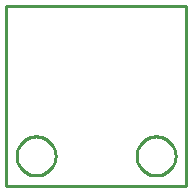
<source format=gbr>
G04 EAGLE Gerber RS-274X export*
G75*
%MOMM*%
%FSLAX34Y34*%
%LPD*%
%IN*%
%IPPOS*%
%AMOC8*
5,1,8,0,0,1.08239X$1,22.5*%
G01*
%ADD10C,0.254000*%


D10*
X0Y0D02*
X152400Y0D01*
X152400Y152400D01*
X0Y152400D01*
X0Y0D01*
X41910Y24860D02*
X41839Y23781D01*
X41698Y22709D01*
X41487Y21649D01*
X41208Y20605D01*
X40860Y19581D01*
X40446Y18583D01*
X39968Y17613D01*
X39428Y16677D01*
X38827Y15778D01*
X38169Y14921D01*
X37457Y14108D01*
X36692Y13344D01*
X35879Y12631D01*
X35022Y11973D01*
X34123Y11372D01*
X33187Y10832D01*
X32217Y10354D01*
X31219Y9940D01*
X30195Y9592D01*
X29151Y9313D01*
X28091Y9102D01*
X27019Y8961D01*
X25940Y8890D01*
X24860Y8890D01*
X23781Y8961D01*
X22709Y9102D01*
X21649Y9313D01*
X20605Y9592D01*
X19581Y9940D01*
X18583Y10354D01*
X17613Y10832D01*
X16677Y11372D01*
X15778Y11973D01*
X14921Y12631D01*
X14108Y13344D01*
X13344Y14108D01*
X12631Y14921D01*
X11973Y15778D01*
X11372Y16677D01*
X10832Y17613D01*
X10354Y18583D01*
X9940Y19581D01*
X9592Y20605D01*
X9313Y21649D01*
X9102Y22709D01*
X8961Y23781D01*
X8890Y24860D01*
X8890Y25940D01*
X8961Y27019D01*
X9102Y28091D01*
X9313Y29151D01*
X9592Y30195D01*
X9940Y31219D01*
X10354Y32217D01*
X10832Y33187D01*
X11372Y34123D01*
X11973Y35022D01*
X12631Y35879D01*
X13344Y36692D01*
X14108Y37457D01*
X14921Y38169D01*
X15778Y38827D01*
X16677Y39428D01*
X17613Y39968D01*
X18583Y40446D01*
X19581Y40860D01*
X20605Y41208D01*
X21649Y41487D01*
X22709Y41698D01*
X23781Y41839D01*
X24860Y41910D01*
X25940Y41910D01*
X27019Y41839D01*
X28091Y41698D01*
X29151Y41487D01*
X30195Y41208D01*
X31219Y40860D01*
X32217Y40446D01*
X33187Y39968D01*
X34123Y39428D01*
X35022Y38827D01*
X35879Y38169D01*
X36692Y37457D01*
X37457Y36692D01*
X38169Y35879D01*
X38827Y35022D01*
X39428Y34123D01*
X39968Y33187D01*
X40446Y32217D01*
X40860Y31219D01*
X41208Y30195D01*
X41487Y29151D01*
X41698Y28091D01*
X41839Y27019D01*
X41910Y25940D01*
X41910Y24860D01*
X143510Y24860D02*
X143439Y23781D01*
X143298Y22709D01*
X143087Y21649D01*
X142808Y20605D01*
X142460Y19581D01*
X142046Y18583D01*
X141568Y17613D01*
X141028Y16677D01*
X140427Y15778D01*
X139769Y14921D01*
X139057Y14108D01*
X138292Y13344D01*
X137479Y12631D01*
X136622Y11973D01*
X135723Y11372D01*
X134787Y10832D01*
X133817Y10354D01*
X132819Y9940D01*
X131795Y9592D01*
X130751Y9313D01*
X129691Y9102D01*
X128619Y8961D01*
X127540Y8890D01*
X126460Y8890D01*
X125381Y8961D01*
X124309Y9102D01*
X123249Y9313D01*
X122205Y9592D01*
X121181Y9940D01*
X120183Y10354D01*
X119213Y10832D01*
X118277Y11372D01*
X117378Y11973D01*
X116521Y12631D01*
X115708Y13344D01*
X114944Y14108D01*
X114231Y14921D01*
X113573Y15778D01*
X112972Y16677D01*
X112432Y17613D01*
X111954Y18583D01*
X111540Y19581D01*
X111192Y20605D01*
X110913Y21649D01*
X110702Y22709D01*
X110561Y23781D01*
X110490Y24860D01*
X110490Y25940D01*
X110561Y27019D01*
X110702Y28091D01*
X110913Y29151D01*
X111192Y30195D01*
X111540Y31219D01*
X111954Y32217D01*
X112432Y33187D01*
X112972Y34123D01*
X113573Y35022D01*
X114231Y35879D01*
X114944Y36692D01*
X115708Y37457D01*
X116521Y38169D01*
X117378Y38827D01*
X118277Y39428D01*
X119213Y39968D01*
X120183Y40446D01*
X121181Y40860D01*
X122205Y41208D01*
X123249Y41487D01*
X124309Y41698D01*
X125381Y41839D01*
X126460Y41910D01*
X127540Y41910D01*
X128619Y41839D01*
X129691Y41698D01*
X130751Y41487D01*
X131795Y41208D01*
X132819Y40860D01*
X133817Y40446D01*
X134787Y39968D01*
X135723Y39428D01*
X136622Y38827D01*
X137479Y38169D01*
X138292Y37457D01*
X139057Y36692D01*
X139769Y35879D01*
X140427Y35022D01*
X141028Y34123D01*
X141568Y33187D01*
X142046Y32217D01*
X142460Y31219D01*
X142808Y30195D01*
X143087Y29151D01*
X143298Y28091D01*
X143439Y27019D01*
X143510Y25940D01*
X143510Y24860D01*
M02*

</source>
